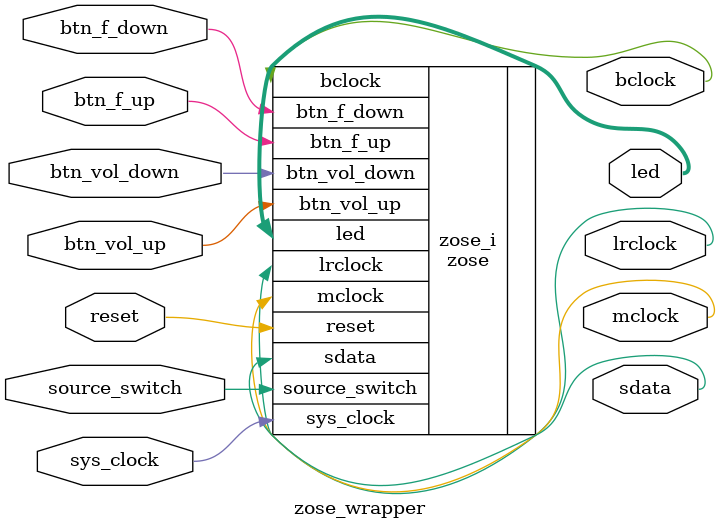
<source format=v>
`timescale 1 ps / 1 ps

module zose_wrapper
   (bclock,
    btn_f_down,
    btn_f_up,
    btn_vol_down,
    btn_vol_up,
    led,
    lrclock,
    mclock,
    reset,
    sdata,
    source_switch,
    sys_clock);
  output bclock;
  input btn_f_down;
  input btn_f_up;
  input btn_vol_down;
  input btn_vol_up;
  output [3:0]led;
  output lrclock;
  output mclock;
  input reset;
  output sdata;
  input source_switch;
  input sys_clock;

  wire bclock;
  wire btn_f_down;
  wire btn_f_up;
  wire btn_vol_down;
  wire btn_vol_up;
  wire [3:0]led;
  wire lrclock;
  wire mclock;
  wire reset;
  wire sdata;
  wire source_switch;
  wire sys_clock;

  zose zose_i
       (.bclock(bclock),
        .btn_f_down(btn_f_down),
        .btn_f_up(btn_f_up),
        .btn_vol_down(btn_vol_down),
        .btn_vol_up(btn_vol_up),
        .led(led),
        .lrclock(lrclock),
        .mclock(mclock),
        .reset(reset),
        .sdata(sdata),
        .source_switch(source_switch),
        .sys_clock(sys_clock));
endmodule

</source>
